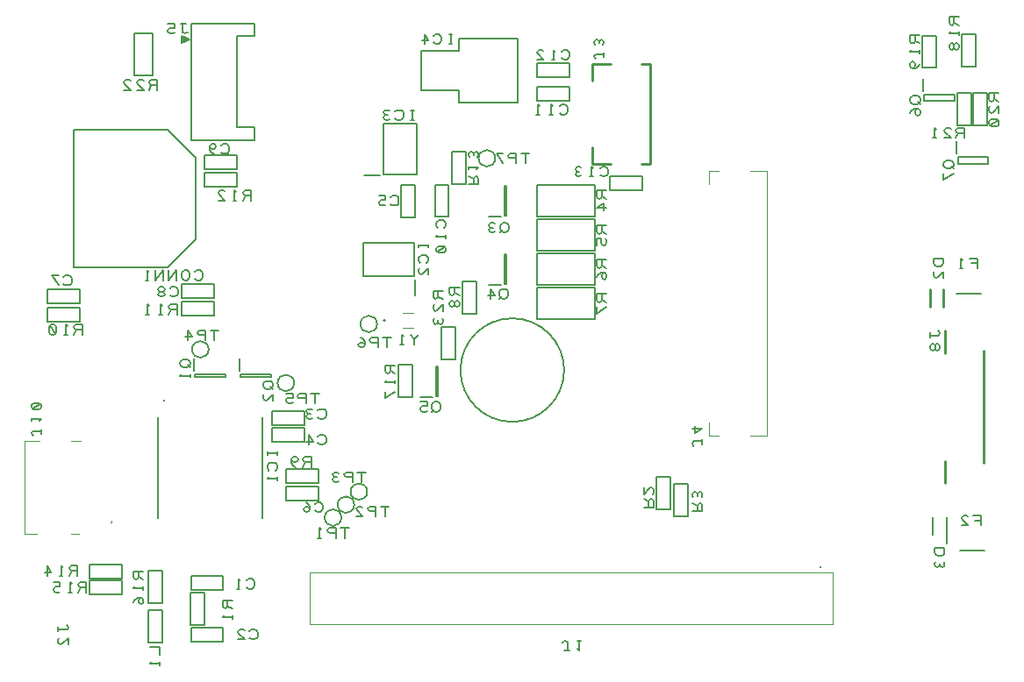
<source format=gbr>
G04 DesignSpark PCB PRO Gerber Version 10.0 Build 5299*
G04 #@! TF.Part,Single*
G04 #@! TF.FileFunction,Legend,Bot*
G04 #@! TF.FilePolarity,Positive*
%FSLAX35Y35*%
%MOIN*%
%ADD105C,0.00394*%
%ADD10C,0.00500*%
%ADD80C,0.00787*%
%ADD11C,0.01000*%
G04 #@! TD.AperFunction*
X0Y0D02*
D02*
D10*
X7181Y95669D02*
X6868Y95982D01*
X6556Y96607D01*
X6868Y97232D01*
X7181Y97544D01*
X10306D01*
Y98169D01*
Y97544D02*
Y96294D01*
X6556Y101294D02*
Y102544D01*
Y101919D02*
X10306D01*
X9681Y101294D01*
X6868Y105982D02*
X6556Y106607D01*
Y107232D01*
X6868Y107857D01*
X7493Y108169D01*
X9368D01*
X9993Y107857D01*
X10306Y107232D01*
Y106607D01*
X9993Y105982D01*
X9368Y105669D01*
X7493D01*
X6868Y105982D01*
X9993Y107857D01*
X12617Y151469D02*
Y146169D01*
X24917D01*
Y151469D01*
X12617D01*
X19921Y23780D02*
X20234Y23467D01*
X20546Y22843D01*
X20234Y22217D01*
X19921Y21905D01*
X16796D01*
Y21280D01*
Y21905D02*
Y23155D01*
X20546Y16280D02*
Y18780D01*
X18359Y16593D01*
X17734Y16280D01*
X17109Y16593D01*
X16796Y17217D01*
Y18155D01*
X17109Y18780D01*
X18792Y153531D02*
X19104Y153219D01*
X19730Y152906D01*
X20667D01*
X21292Y153219D01*
X21604Y153531D01*
X21917Y154156D01*
Y155406D01*
X21604Y156031D01*
X21292Y156344D01*
X20667Y156656D01*
X19730D01*
X19104Y156344D01*
X18792Y156031D01*
X16917Y152906D02*
X14417Y156656D01*
X16917D01*
X24122Y42473D02*
Y46223D01*
X21934D01*
X21309Y45911D01*
X20996Y45286D01*
X21309Y44661D01*
X21934Y44348D01*
X24122D01*
X21934D02*
X20996Y42473D01*
X18496D02*
X17246D01*
X17872D02*
Y46223D01*
X18496Y45598D01*
X12559Y42473D02*
Y46223D01*
X14122Y43723D01*
X11622D01*
X24917Y139083D02*
Y144383D01*
X12617D01*
Y139083D01*
X24917D01*
X25854Y134206D02*
Y137956D01*
X23666D01*
X23041Y137643D01*
X22728Y137018D01*
X23041Y136393D01*
X23666Y136081D01*
X25854D01*
X23666D02*
X22728Y134206D01*
X20228D02*
X18978D01*
X19604D02*
Y137956D01*
X20228Y137331D01*
X15541Y134518D02*
X14916Y134206D01*
X14291D01*
X13666Y134518D01*
X13354Y135143D01*
Y137018D01*
X13666Y137643D01*
X14291Y137956D01*
X14916D01*
X15541Y137643D01*
X15854Y137018D01*
Y135143D01*
X15541Y134518D01*
X13666Y137643D01*
X27468Y36174D02*
Y39924D01*
X25281D01*
X24656Y39612D01*
X24343Y38987D01*
X24656Y38362D01*
X25281Y38049D01*
X27468D01*
X25281D02*
X24343Y36174D01*
X21843D02*
X20593D01*
X21218D02*
Y39924D01*
X21843Y39299D01*
X17468Y36487D02*
X16843Y36174D01*
X15906D01*
X15281Y36487D01*
X14968Y37112D01*
Y37424D01*
X15281Y38049D01*
X15906Y38362D01*
X17468D01*
Y39924D01*
X14968D01*
X28798Y40839D02*
Y35539D01*
X41098D01*
Y40839D01*
X28798D01*
X41098Y41445D02*
Y46745D01*
X28798D01*
Y41445D01*
X41098D01*
X41838Y212048D02*
X22547D01*
Y159685D01*
X58374D01*
X69004Y170315D01*
Y201418D01*
X58374Y212048D01*
X41838D01*
X49169Y44095D02*
X45419D01*
Y41907D01*
X45731Y41282D01*
X46356Y40970D01*
X46981Y41282D01*
X47293Y41907D01*
Y44095D01*
Y41907D02*
X49169Y40970D01*
Y38470D02*
Y37220D01*
Y37845D02*
X45419D01*
X46043Y38470D01*
X48231Y34095D02*
X47606Y33782D01*
X47293Y33157D01*
Y32532D01*
X47606Y31907D01*
X48231Y31595D01*
X48856Y31907D01*
X49169Y32532D01*
Y33157D01*
X48856Y33782D01*
X48231Y34095D01*
X47293D01*
X46356Y33782D01*
X45731Y33157D01*
X45419Y32532D01*
X50999Y17079D02*
X56299D01*
Y29379D01*
X50999D01*
Y17079D01*
Y32039D02*
X56299D01*
Y44339D01*
X50999D01*
Y32039D01*
X52819Y248748D02*
Y232748D01*
X45819D01*
Y248748D01*
X52819D01*
X54319Y227186D02*
Y230936D01*
X52131D01*
X51506Y230624D01*
X51193Y229998D01*
X51506Y229374D01*
X52131Y229061D01*
X54319D01*
X52131D02*
X51193Y227186D01*
X46819D02*
X49319D01*
X47131Y229374D01*
X46819Y229998D01*
X47131Y230624D01*
X47756Y230936D01*
X48693D01*
X49319Y230624D01*
X41819Y227186D02*
X44319D01*
X42131Y229374D01*
X41819Y229998D01*
X42131Y230624D01*
X42756Y230936D01*
X43693D01*
X44319Y230624D01*
X51718Y15355D02*
X55468D01*
Y12230D01*
Y9730D02*
Y8480D01*
Y9105D02*
X51718D01*
X52343Y9730D01*
X61917Y141883D02*
Y145633D01*
X59730D01*
X59104Y145320D01*
X58792Y144695D01*
X59104Y144070D01*
X59730Y143758D01*
X61917D01*
X59730D02*
X58792Y141883D01*
X56292D02*
X55042D01*
X55667D02*
Y145633D01*
X56292Y145008D01*
X51292Y141883D02*
X50042D01*
X50667D02*
Y145633D01*
X51292Y145008D01*
X59185Y149201D02*
X59498Y148888D01*
X60123Y148576D01*
X61061D01*
X61685Y148888D01*
X61998Y149201D01*
X62311Y149826D01*
Y151076D01*
X61998Y151701D01*
X61685Y152013D01*
X61061Y152326D01*
X60123D01*
X59498Y152013D01*
X59185Y151701D01*
X56373Y150451D02*
X55748D01*
X55123Y150763D01*
X54811Y151388D01*
X55123Y152013D01*
X55748Y152326D01*
X56373D01*
X56998Y152013D01*
X57311Y151388D01*
X56998Y150763D01*
X56373Y150451D01*
X56998Y150138D01*
X57311Y149513D01*
X56998Y148888D01*
X56373Y148576D01*
X55748D01*
X55123Y148888D01*
X54811Y149513D01*
X55123Y150138D01*
X55748Y150451D01*
X63641Y146744D02*
Y141444D01*
X75941D01*
Y146744D01*
X63641D01*
X65854Y249201D02*
X65541Y248888D01*
X64917Y248576D01*
X64291Y248888D01*
X63979Y249201D01*
Y252326D01*
X63354D01*
X63979D02*
X65229D01*
X60854Y248888D02*
X60229Y248576D01*
X59291D01*
X58667Y248888D01*
X58354Y249513D01*
Y249826D01*
X58667Y250451D01*
X59291Y250763D01*
X60854D01*
Y252326D01*
X58354D01*
X66641Y246260D02*
X63689Y247589D01*
Y244931D01*
X66641Y246260D01*
G36*
X66641Y246260D02*
X63689Y247589D01*
Y244931D01*
X66641Y246260D01*
G37*
X67141Y23771D02*
X72441D01*
Y36071D01*
X67141D01*
Y23771D01*
X67184Y22729D02*
Y17429D01*
X79484D01*
Y22729D01*
X67184D01*
Y42414D02*
Y37114D01*
X79484D01*
Y42414D01*
X67184D01*
X67232Y252461D02*
X91297D01*
Y247737D01*
X84801D01*
Y212894D01*
X91297D01*
Y208170D01*
X67232D01*
Y252461D01*
X65635Y124803D02*
X64385D01*
X63760Y124491D01*
X63448Y124178D01*
X63135Y123553D01*
Y122928D01*
X63448Y122303D01*
X63760Y121991D01*
X64385Y121678D01*
X65635D01*
X66260Y121991D01*
X66573Y122303D01*
X66885Y122928D01*
Y123553D01*
X66573Y124178D01*
X66260Y124491D01*
X65635Y124803D01*
X65948Y122616D02*
X66885Y121678D01*
Y119178D02*
Y117928D01*
Y118553D02*
X63135D01*
X63760Y119178D01*
X68634Y155500D02*
X68947Y155187D01*
X69572Y154875D01*
X70509D01*
X71134Y155187D01*
X71447Y155500D01*
X71759Y156125D01*
Y157375D01*
X71447Y158000D01*
X71134Y158313D01*
X70509Y158625D01*
X69572D01*
X68947Y158313D01*
X68634Y158000D01*
X66759Y156125D02*
Y157375D01*
X66447Y158000D01*
X66134Y158313D01*
X65509Y158625D01*
X64884D01*
X64259Y158313D01*
X63947Y158000D01*
X63634Y157375D01*
Y156125D01*
X63947Y155500D01*
X64259Y155187D01*
X64884Y154875D01*
X65509D01*
X66134Y155187D01*
X66447Y155500D01*
X66759Y156125D01*
X61759Y154875D02*
Y158625D01*
X58634Y154875D01*
Y158625D01*
X56759Y154875D02*
Y158625D01*
X53634Y154875D01*
Y158625D01*
X51134Y154875D02*
X49884D01*
X50509D02*
Y158625D01*
X51134Y158000D01*
X72302Y202257D02*
Y196957D01*
X84602D01*
Y202257D01*
X72302D01*
X73925Y128544D02*
G75*
G02*
X67626I-3150J0D01*
G01*
G75*
G02*
X73925I3150J0D01*
G01*
X75941Y148137D02*
Y153437D01*
X63641D01*
Y148137D01*
X75941D01*
X76102Y132040D02*
Y135790D01*
X77665D02*
X74540D01*
X72665Y132040D02*
Y135790D01*
X70478D01*
X69852Y135478D01*
X69540Y134853D01*
X69852Y134228D01*
X70478Y133915D01*
X72665D01*
X66102Y132040D02*
Y135790D01*
X67665Y133290D01*
X65165D01*
X78674Y203531D02*
X78986Y203219D01*
X79611Y202906D01*
X80549D01*
X81174Y203219D01*
X81486Y203531D01*
X81799Y204156D01*
Y205406D01*
X81486Y206031D01*
X81174Y206344D01*
X80549Y206656D01*
X79611D01*
X78986Y206344D01*
X78674Y206031D01*
X75861Y202906D02*
X75236Y203219D01*
X74611Y203844D01*
X74299Y204781D01*
Y205719D01*
X74611Y206344D01*
X75236Y206656D01*
X75861D01*
X76486Y206344D01*
X76799Y205719D01*
X76486Y205094D01*
X75861Y204781D01*
X75236D01*
X74611Y205094D01*
X74299Y205719D01*
X83027Y33071D02*
X79277D01*
Y30884D01*
X79589Y30259D01*
X80214Y29946D01*
X80839Y30259D01*
X81152Y30884D01*
Y33071D01*
Y30884D02*
X83027Y29946D01*
Y27446D02*
Y26196D01*
Y26821D02*
X79277D01*
X79902Y27446D01*
X84602Y190264D02*
Y195564D01*
X72302D01*
Y190264D01*
X84602D01*
X90067Y185190D02*
Y188940D01*
X87879D01*
X87254Y188628D01*
X86941Y188002D01*
X87254Y187378D01*
X87879Y187065D01*
X90067D01*
X87879D02*
X86941Y185190D01*
X84441D02*
X83191D01*
X83817D02*
Y188940D01*
X84441Y188315D01*
X77567Y185190D02*
X80067D01*
X77879Y187378D01*
X77567Y188002D01*
X77879Y188628D01*
X78504Y188940D01*
X79441D01*
X80067Y188628D01*
X88319Y38177D02*
X88632Y37864D01*
X89257Y37552D01*
X90194D01*
X90819Y37864D01*
X91132Y38177D01*
X91444Y38802D01*
Y40052D01*
X91132Y40677D01*
X90819Y40989D01*
X90194Y41302D01*
X89257D01*
X88632Y40989D01*
X88319Y40677D01*
X85819Y37552D02*
X84569D01*
X85194D02*
Y41302D01*
X85819Y40677D01*
X89500Y18885D02*
X89813Y18573D01*
X90438Y18260D01*
X91376D01*
X92000Y18573D01*
X92313Y18885D01*
X92626Y19510D01*
Y20760D01*
X92313Y21385D01*
X92000Y21698D01*
X91376Y22010D01*
X90438D01*
X89813Y21698D01*
X89500Y21385D01*
X85126Y18260D02*
X87626D01*
X85438Y20448D01*
X85126Y21073D01*
X85438Y21698D01*
X86063Y22010D01*
X87000D01*
X87626Y21698D01*
X97893Y98713D02*
Y93413D01*
X110193D01*
Y98713D01*
X97893D01*
Y105013D02*
Y99713D01*
X110193D01*
Y105013D01*
X97893D01*
X97131Y116536D02*
X95881D01*
X95256Y116223D01*
X94943Y115911D01*
X94631Y115286D01*
Y114661D01*
X94943Y114036D01*
X95256Y113723D01*
X95881Y113411D01*
X97131D01*
X97756Y113723D01*
X98069Y114036D01*
X98381Y114661D01*
Y115286D01*
X98069Y115911D01*
X97756Y116223D01*
X97131Y116536D01*
X97443Y114348D02*
X98381Y113411D01*
Y109036D02*
Y111536D01*
X96193Y109348D01*
X95569Y109036D01*
X94943Y109348D01*
X94631Y109973D01*
Y110911D01*
X94943Y111536D01*
X99956Y89614D02*
Y88364D01*
Y88989D02*
X96206D01*
Y89614D02*
Y88364D01*
X99331Y82426D02*
X99643Y82739D01*
X99956Y83364D01*
Y84302D01*
X99643Y84926D01*
X99331Y85239D01*
X98706Y85552D01*
X97456D01*
X96831Y85239D01*
X96518Y84926D01*
X96206Y84302D01*
Y83364D01*
X96518Y82739D01*
X96831Y82426D01*
X99956Y79926D02*
Y78676D01*
Y79302D02*
X96206D01*
X96831Y79926D01*
X103405Y76469D02*
Y71169D01*
X115705D01*
Y76469D01*
X103405D01*
X106405Y115748D02*
G75*
G02*
X100106I-3150J0D01*
G01*
G75*
G02*
X106405I3150J0D01*
G01*
X112901Y83812D02*
Y87562D01*
X110714D01*
X110089Y87250D01*
X109776Y86624D01*
X110089Y86000D01*
X110714Y85687D01*
X112901D01*
X110714D02*
X109776Y83812D01*
X106964D02*
X106339Y84124D01*
X105714Y84750D01*
X105401Y85687D01*
Y86624D01*
X105714Y87250D01*
X106339Y87562D01*
X106964D01*
X107589Y87250D01*
X107901Y86624D01*
X107589Y86000D01*
X106964Y85687D01*
X106339D01*
X105714Y86000D01*
X105401Y86624D01*
X115705Y77862D02*
Y83162D01*
X103405D01*
Y77862D01*
X115705D01*
X114291Y108024D02*
Y111774D01*
X115854D02*
X112729D01*
X110854Y108024D02*
Y111774D01*
X108667D01*
X108041Y111462D01*
X107729Y110837D01*
X108041Y110212D01*
X108667Y109900D01*
X110854D01*
X105854Y108337D02*
X105229Y108024D01*
X104291D01*
X103667Y108337D01*
X103354Y108962D01*
Y109274D01*
X103667Y109900D01*
X104291Y110212D01*
X105854D01*
Y111774D01*
X103354D01*
X114304Y67311D02*
X114616Y66998D01*
X115241Y66686D01*
X116179D01*
X116804Y66998D01*
X117116Y67311D01*
X117429Y67936D01*
Y69186D01*
X117116Y69811D01*
X116804Y70124D01*
X116179Y70436D01*
X115241D01*
X114616Y70124D01*
X114304Y69811D01*
X112429Y67624D02*
X112116Y68248D01*
X111491Y68561D01*
X110866D01*
X110241Y68248D01*
X109929Y67624D01*
X110241Y66998D01*
X110866Y66686D01*
X111491D01*
X112116Y66998D01*
X112429Y67624D01*
Y68561D01*
X112116Y69498D01*
X111491Y70124D01*
X110866Y70436D01*
X115484Y92902D02*
X115797Y92589D01*
X116422Y92276D01*
X117359D01*
X117984Y92589D01*
X118297Y92902D01*
X118609Y93526D01*
Y94776D01*
X118297Y95402D01*
X117984Y95714D01*
X117359Y96026D01*
X116422D01*
X115797Y95714D01*
X115484Y95402D01*
X112047Y92276D02*
Y96026D01*
X113609Y93526D01*
X111109D01*
X115485Y102744D02*
X115797Y102431D01*
X116422Y102119D01*
X117360D01*
X117985Y102431D01*
X118297Y102744D01*
X118610Y103369D01*
Y104619D01*
X118297Y105244D01*
X117985Y105557D01*
X117360Y105869D01*
X116422D01*
X115797Y105557D01*
X115485Y105244D01*
X113297Y102431D02*
X112672Y102119D01*
X112047D01*
X111422Y102431D01*
X111110Y103057D01*
X111422Y103681D01*
X112047Y103994D01*
X112672D01*
X112047D02*
X111422Y104307D01*
X111110Y104931D01*
X111422Y105557D01*
X112047Y105869D01*
X112672D01*
X113297Y105557D01*
X124319Y64567D02*
G75*
G02*
X118019I-3150J0D01*
G01*
G75*
G02*
X124319I3150J0D01*
G01*
X125709Y56843D02*
Y60593D01*
X127271D02*
X124146D01*
X122271Y56843D02*
Y60593D01*
X120084D01*
X119459Y60281D01*
X119146Y59656D01*
X119459Y59031D01*
X120084Y58719D01*
X122271D01*
X116646Y56843D02*
X115396D01*
X116021D02*
Y60593D01*
X116646Y59969D01*
X129240Y69489D02*
G75*
G02*
X122941I-3150J0D01*
G01*
G75*
G02*
X129240I3150J0D01*
G01*
X132008Y78103D02*
Y81853D01*
X133570D02*
X130445D01*
X128570Y78103D02*
Y81853D01*
X126383D01*
X125758Y81541D01*
X125445Y80916D01*
X125758Y80291D01*
X126383Y79978D01*
X128570D01*
X123258Y78416D02*
X122633Y78103D01*
X122008D01*
X121383Y78416D01*
X121070Y79041D01*
X121383Y79666D01*
X122008Y79978D01*
X122633D01*
X122008D02*
X121383Y80291D01*
X121070Y80916D01*
X121383Y81541D01*
X122008Y81853D01*
X122633D01*
X123258Y81541D01*
X134161Y74410D02*
G75*
G02*
X127862I-3150J0D01*
G01*
G75*
G02*
X134161I3150J0D01*
G01*
X137901Y138189D02*
G75*
G02*
X131602I-3150J0D01*
G01*
G75*
G02*
X137901I3150J0D01*
G01*
X140866Y65111D02*
Y68861D01*
X142429D02*
X139304D01*
X137429Y65111D02*
Y68861D01*
X135241D01*
X134616Y68549D01*
X134304Y67924D01*
X134616Y67299D01*
X135241Y66986D01*
X137429D01*
X129929Y65111D02*
X132429D01*
X130241Y67299D01*
X129929Y67924D01*
X130241Y68549D01*
X130866Y68861D01*
X131804D01*
X132429Y68549D01*
X141654Y129284D02*
Y133034D01*
X143216D02*
X140091D01*
X138216Y129284D02*
Y133034D01*
X136029D01*
X135404Y132722D01*
X135091Y132097D01*
X135404Y131472D01*
X136029Y131159D01*
X138216D01*
X133216Y130222D02*
X132904Y130847D01*
X132279Y131159D01*
X131654D01*
X131029Y130847D01*
X130716Y130222D01*
X131029Y129597D01*
X131654Y129284D01*
X132279D01*
X132904Y129597D01*
X133216Y130222D01*
Y131159D01*
X132904Y132097D01*
X132279Y132722D01*
X131654Y133034D01*
X144838Y122441D02*
X141088D01*
Y120254D01*
X141400Y119629D01*
X142025Y119316D01*
X142650Y119629D01*
X142963Y120254D01*
Y122441D01*
Y120254D02*
X144838Y119316D01*
Y116816D02*
Y115566D01*
Y116191D02*
X141088D01*
X141713Y116816D01*
X144838Y112441D02*
X141088Y109941D01*
Y112441D01*
X145881Y110386D02*
X151181D01*
Y122686D01*
X145881D01*
Y110386D01*
X143044Y183846D02*
X143356Y183534D01*
X143981Y183221D01*
X144919D01*
X145544Y183534D01*
X145856Y183846D01*
X146169Y184471D01*
Y185721D01*
X145856Y186346D01*
X145544Y186659D01*
X144919Y186971D01*
X143981D01*
X143356Y186659D01*
X143044Y186346D01*
X141169Y183534D02*
X140544Y183221D01*
X139606D01*
X138981Y183534D01*
X138669Y184159D01*
Y184471D01*
X138981Y185096D01*
X139606Y185409D01*
X141169D01*
Y186971D01*
X138669D01*
X147062Y178693D02*
X152362D01*
Y190993D01*
X147062D01*
Y178693D01*
X151924Y219535D02*
X150674D01*
X151299D02*
Y215785D01*
X151924D02*
X150674D01*
X144737Y218910D02*
X145049Y219223D01*
X145674Y219535D01*
X146612D01*
X147237Y219223D01*
X147549Y218910D01*
X147862Y218285D01*
Y217035D01*
X147549Y216410D01*
X147237Y216098D01*
X146612Y215785D01*
X145674D01*
X145049Y216098D01*
X144737Y216410D01*
X142549Y219223D02*
X141924Y219535D01*
X141299D01*
X140674Y219223D01*
X140362Y218598D01*
X140674Y217973D01*
X141299Y217660D01*
X141924D01*
X141299D02*
X140674Y217348D01*
X140362Y216723D01*
X140674Y216098D01*
X141299Y215785D01*
X141924D01*
X142549Y216098D01*
X152087Y130465D02*
Y132341D01*
X153649Y134215D01*
X152087Y132341D02*
X150524Y134215D01*
X148024Y130465D02*
X146774D01*
X147399D02*
Y134215D01*
X148024Y133591D01*
X154830Y227166D02*
Y242126D01*
X157436Y168551D02*
Y167301D01*
Y167926D02*
X153686D01*
Y168551D02*
Y167301D01*
X156811Y161363D02*
X157124Y161676D01*
X157436Y162301D01*
Y163239D01*
X157124Y163863D01*
X156811Y164176D01*
X156186Y164489D01*
X154936D01*
X154311Y164176D01*
X153998Y163863D01*
X153686Y163239D01*
Y162301D01*
X153998Y161676D01*
X154311Y161363D01*
X157436Y156989D02*
Y159489D01*
X155248Y157301D01*
X154624Y156989D01*
X153998Y157301D01*
X153686Y157926D01*
Y158863D01*
X153998Y159489D01*
X161917Y106125D02*
Y107375D01*
X161604Y108000D01*
X161292Y108313D01*
X160667Y108625D01*
X160042D01*
X159417Y108313D01*
X159104Y108000D01*
X158792Y107375D01*
Y106125D01*
X159104Y105500D01*
X159417Y105187D01*
X160042Y104875D01*
X160667D01*
X161292Y105187D01*
X161604Y105500D01*
X161917Y106125D01*
X159730Y105813D02*
X158792Y104875D01*
X156917Y105187D02*
X156292Y104875D01*
X155354D01*
X154730Y105187D01*
X154417Y105813D01*
Y106125D01*
X154730Y106750D01*
X155354Y107063D01*
X156917D01*
Y108625D01*
X154417D01*
X162220Y124677D02*
X167520D01*
Y136977D01*
X162220D01*
Y124677D01*
X162948Y150709D02*
X159198D01*
Y148522D01*
X159510Y147896D01*
X160135Y147584D01*
X160760Y147896D01*
X161073Y148522D01*
Y150709D01*
Y148522D02*
X162948Y147584D01*
Y143209D02*
Y145709D01*
X160760Y143522D01*
X160135Y143209D01*
X159510Y143522D01*
X159198Y144146D01*
Y145084D01*
X159510Y145709D01*
X162635Y140396D02*
X162948Y139772D01*
Y139146D01*
X162635Y138522D01*
X162010Y138209D01*
X161385Y138522D01*
X161073Y139146D01*
Y139772D01*
Y139146D02*
X160760Y138522D01*
X160135Y138209D01*
X159510Y138522D01*
X159198Y139146D01*
Y139772D01*
X159510Y140396D01*
X163504Y174631D02*
X163817Y174944D01*
X164129Y175569D01*
Y176506D01*
X163817Y177131D01*
X163504Y177444D01*
X162879Y177756D01*
X161629D01*
X161004Y177444D01*
X160691Y177131D01*
X160379Y176506D01*
Y175569D01*
X160691Y174944D01*
X161004Y174631D01*
X164129Y172131D02*
Y170881D01*
Y171506D02*
X160379D01*
X161004Y172131D01*
X163817Y167444D02*
X164129Y166819D01*
Y166194D01*
X163817Y165569D01*
X163191Y165256D01*
X161317D01*
X160691Y165569D01*
X160379Y166194D01*
Y166819D01*
X160691Y167444D01*
X161317Y167756D01*
X163191D01*
X163817Y167444D01*
X160691Y165569D01*
X165157Y191190D02*
X159857D01*
Y178890D01*
X165157D01*
Y191190D01*
X166354Y191488D02*
X171654D01*
Y203788D01*
X166354D01*
Y191488D01*
X166491Y244639D02*
X165241D01*
X165866D02*
Y248389D01*
X166491D02*
X165241D01*
X159304Y245264D02*
X159616Y244951D01*
X160241Y244639D01*
X161179D01*
X161804Y244951D01*
X162116Y245264D01*
X162429Y245889D01*
Y247139D01*
X162116Y247764D01*
X161804Y248076D01*
X161179Y248389D01*
X160241D01*
X159616Y248076D01*
X159304Y247764D01*
X155866Y244639D02*
Y248389D01*
X157429Y245889D01*
X154929D01*
X169004Y222441D02*
Y227166D01*
X154830D01*
X169004Y246851D02*
X191444D01*
Y222441D01*
X169004Y246851D02*
Y242126D01*
X154830D01*
X169248Y152126D02*
X165498D01*
Y149939D01*
X165810Y149314D01*
X166435Y149001D01*
X167060Y149314D01*
X167372Y149939D01*
Y152126D01*
Y149939D02*
X169248Y149001D01*
X167372Y146189D02*
Y145564D01*
X167060Y144939D01*
X166435Y144626D01*
X165810Y144939D01*
X165498Y145564D01*
Y146189D01*
X165810Y146814D01*
X166435Y147126D01*
X167060Y146814D01*
X167372Y146189D01*
X167685Y146814D01*
X168310Y147126D01*
X168935Y146814D01*
X169248Y146189D01*
Y145564D01*
X168935Y144939D01*
X168310Y144626D01*
X167685Y144939D01*
X167372Y145564D01*
X172697Y191339D02*
X176447D01*
Y193526D01*
X176135Y194152D01*
X175509Y194464D01*
X174885Y194152D01*
X174572Y193526D01*
Y191339D01*
Y193526D02*
X172697Y194464D01*
Y196964D02*
Y198214D01*
Y197589D02*
X176447D01*
X175822Y196964D01*
X173009Y201652D02*
X172697Y202276D01*
Y202902D01*
X173009Y203526D01*
X173635Y203839D01*
X174259Y203526D01*
X174572Y202902D01*
Y202276D01*
Y202902D02*
X174885Y203526D01*
X175509Y203839D01*
X176135Y203526D01*
X176447Y202902D01*
Y202276D01*
X176135Y201652D01*
X175591Y154339D02*
X170291D01*
Y142039D01*
X175591D01*
Y154339D01*
X182783Y201181D02*
G75*
G02*
X176484I-3150J0D01*
G01*
G75*
G02*
X182783I3150J0D01*
G01*
X187508Y149038D02*
Y150288D01*
X187195Y150913D01*
X186883Y151226D01*
X186258Y151538D01*
X185633D01*
X185008Y151226D01*
X184695Y150913D01*
X184383Y150288D01*
Y149038D01*
X184695Y148413D01*
X185008Y148100D01*
X185633Y147788D01*
X186258D01*
X186883Y148100D01*
X187195Y148413D01*
X187508Y149038D01*
X185320Y148726D02*
X184383Y147788D01*
X180945D02*
Y151538D01*
X182508Y149038D01*
X180008D01*
X187902Y174235D02*
Y175485D01*
X187589Y176110D01*
X187276Y176422D01*
X186652Y176735D01*
X186026D01*
X185402Y176422D01*
X185089Y176110D01*
X184776Y175485D01*
Y174235D01*
X185089Y173610D01*
X185402Y173297D01*
X186026Y172985D01*
X186652D01*
X187276Y173297D01*
X187589Y173610D01*
X187902Y174235D01*
X185714Y173922D02*
X184776Y172985D01*
X182589Y173297D02*
X181964Y172985D01*
X181339D01*
X180714Y173297D01*
X180402Y173922D01*
X180714Y174547D01*
X181339Y174860D01*
X181964D01*
X181339D02*
X180714Y175172D01*
X180402Y175797D01*
X180714Y176422D01*
X181339Y176735D01*
X181964D01*
X182589Y176422D01*
X189279Y100985D02*
G75*
G02*
Y140355I0J19685D01*
G01*
G75*
G02*
Y100985I0J-19685D01*
G01*
X191444Y222441D02*
X169004D01*
X194212Y199363D02*
Y203113D01*
X195775D02*
X192650D01*
X190775Y199363D02*
Y203113D01*
X188587D01*
X187962Y202801D01*
X187650Y202176D01*
X187962Y201551D01*
X188587Y201238D01*
X190775D01*
X185775Y199363D02*
X183275Y203113D01*
X185775D01*
X198555Y152063D02*
X220555D01*
Y140063D01*
X198555D01*
Y152063D01*
Y165055D02*
X220555D01*
Y153055D01*
X198555D01*
Y165055D01*
Y178047D02*
X220555D01*
Y166047D01*
X198555D01*
Y178047D01*
Y191039D02*
X220555D01*
Y179039D01*
X198555D01*
Y191039D01*
X198680Y228241D02*
Y222941D01*
X210980D01*
Y228241D01*
X198680D01*
Y237296D02*
Y231996D01*
X210980D01*
Y237296D01*
X198680D01*
X208444Y17060D02*
X208757Y17372D01*
X209382Y17685D01*
X210007Y17372D01*
X210320Y17060D01*
Y13935D01*
X210944D01*
X210320D02*
X209070D01*
X214070Y17685D02*
X215320D01*
X214694D02*
Y13935D01*
X214070Y14560D01*
X207217Y218492D02*
X207530Y218180D01*
X208155Y217867D01*
X209092D01*
X209717Y218180D01*
X210030Y218492D01*
X210342Y219117D01*
Y220367D01*
X210030Y220992D01*
X209717Y221305D01*
X209092Y221617D01*
X208155D01*
X207530Y221305D01*
X207217Y220992D01*
X204717Y217867D02*
X203467D01*
X204092D02*
Y221617D01*
X204717Y220992D01*
X199717Y217867D02*
X198467D01*
X199092D02*
Y221617D01*
X199717Y220992D01*
X208004Y239358D02*
X208317Y239046D01*
X208942Y238733D01*
X209880D01*
X210504Y239046D01*
X210817Y239358D01*
X211130Y239983D01*
Y241233D01*
X210817Y241858D01*
X210504Y242171D01*
X209880Y242483D01*
X208942D01*
X208317Y242171D01*
X208004Y241858D01*
X205504Y238733D02*
X204254D01*
X204880D02*
Y242483D01*
X205504Y241858D01*
X198630Y238733D02*
X201130D01*
X198942Y240921D01*
X198630Y241546D01*
X198942Y242171D01*
X199567Y242483D01*
X200504D01*
X201130Y242171D01*
X220960Y238977D02*
X220647Y239289D01*
X220335Y239914D01*
X220647Y240539D01*
X220960Y240852D01*
X224085D01*
Y241477D01*
Y240852D02*
Y239602D01*
X220647Y244289D02*
X220335Y244914D01*
Y245539D01*
X220647Y246164D01*
X221272Y246477D01*
X221897Y246164D01*
X222210Y245539D01*
Y244914D01*
Y245539D02*
X222522Y246164D01*
X223147Y246477D01*
X223772Y246164D01*
X224085Y245539D01*
Y244914D01*
X223772Y244289D01*
X222571Y194870D02*
X222884Y194557D01*
X223509Y194245D01*
X224446D01*
X225071Y194557D01*
X225384Y194870D01*
X225696Y195495D01*
Y196745D01*
X225384Y197370D01*
X225071Y197683D01*
X224446Y197995D01*
X223509D01*
X222884Y197683D01*
X222571Y197370D01*
X220071Y194245D02*
X218821D01*
X219446D02*
Y197995D01*
X220071Y197370D01*
X215384Y194557D02*
X214759Y194245D01*
X214134D01*
X213509Y194557D01*
X213196Y195183D01*
X213509Y195807D01*
X214134Y196120D01*
X214759D01*
X214134D02*
X213509Y196433D01*
X213196Y197057D01*
X213509Y197683D01*
X214134Y197995D01*
X214759D01*
X215384Y197683D01*
X225118Y149606D02*
X221368D01*
Y147419D01*
X221680Y146794D01*
X222305Y146481D01*
X222930Y146794D01*
X223243Y147419D01*
Y149606D01*
Y147419D02*
X225118Y146481D01*
Y144606D02*
X221368Y142106D01*
Y144606D01*
X225118Y162598D02*
X221368D01*
Y160411D01*
X221680Y159786D01*
X222305Y159473D01*
X222930Y159786D01*
X223243Y160411D01*
Y162598D01*
Y160411D02*
X225118Y159473D01*
X224180Y157598D02*
X223555Y157286D01*
X223243Y156661D01*
Y156036D01*
X223555Y155411D01*
X224180Y155098D01*
X224805Y155411D01*
X225118Y156036D01*
Y156661D01*
X224805Y157286D01*
X224180Y157598D01*
X223243D01*
X222305Y157286D01*
X221680Y156661D01*
X221368Y156036D01*
X225118Y175591D02*
X221368D01*
Y173403D01*
X221680Y172778D01*
X222305Y172465D01*
X222930Y172778D01*
X223243Y173403D01*
Y175591D01*
Y173403D02*
X225118Y172465D01*
X224805Y170591D02*
X225118Y169965D01*
Y169028D01*
X224805Y168403D01*
X224180Y168091D01*
X223868D01*
X223243Y168403D01*
X222930Y169028D01*
Y170591D01*
X221368D01*
Y168091D01*
X225118Y188977D02*
X221368D01*
Y186789D01*
X221680Y186164D01*
X222305Y185852D01*
X222930Y186164D01*
X223243Y186789D01*
Y188977D01*
Y186789D02*
X225118Y185852D01*
Y182414D02*
X221368D01*
X223868Y183977D01*
Y181477D01*
X239232Y68504D02*
X242982D01*
Y70692D01*
X242670Y71317D01*
X242045Y71630D01*
X241420Y71317D01*
X241107Y70692D01*
Y68504D01*
Y70692D02*
X239232Y71630D01*
Y76004D02*
Y73504D01*
X241420Y75692D01*
X242045Y76004D01*
X242670Y75692D01*
X242982Y75067D01*
Y74130D01*
X242670Y73504D01*
X238736Y189083D02*
Y194383D01*
X226436D01*
Y189083D01*
X238736D01*
X249213Y80166D02*
X243913D01*
Y67866D01*
X249213D01*
Y80166D01*
X250606Y65067D02*
X255906D01*
Y77367D01*
X250606D01*
Y65067D01*
X258165Y91733D02*
X257852Y92045D01*
X257539Y92670D01*
X257852Y93295D01*
X258165Y93608D01*
X261289D01*
Y94233D01*
Y93608D02*
Y92358D01*
X257539Y98295D02*
X261289D01*
X258789Y96733D01*
Y99233D01*
X257737Y66929D02*
X261487D01*
Y69117D01*
X261174Y69742D01*
X260549Y70054D01*
X259924Y69742D01*
X259612Y69117D01*
Y66929D01*
Y69117D02*
X257737Y70054D01*
X258049Y72242D02*
X257737Y72867D01*
Y73492D01*
X258049Y74117D01*
X258674Y74429D01*
X259299Y74117D01*
X259612Y73492D01*
Y72867D01*
Y73492D02*
X259924Y74117D01*
X260549Y74429D01*
X261174Y74117D01*
X261487Y73492D01*
Y72867D01*
X261174Y72242D01*
X344050Y248032D02*
X340300D01*
Y245844D01*
X340613Y245219D01*
X341238Y244907D01*
X341863Y245219D01*
X342175Y245844D01*
Y248032D01*
Y245844D02*
X344050Y244907D01*
Y242407D02*
Y241157D01*
Y241782D02*
X340300D01*
X340925Y242407D01*
X344050Y237094D02*
X343738Y236469D01*
X343113Y235844D01*
X342175Y235532D01*
X341238D01*
X340613Y235844D01*
X340300Y236469D01*
Y237094D01*
X340613Y237719D01*
X341238Y238032D01*
X341863Y237719D01*
X342175Y237094D01*
Y236469D01*
X341863Y235844D01*
X341238Y235532D01*
X342997Y225000D02*
X341747D01*
X341122Y224688D01*
X340809Y224375D01*
X340497Y223750D01*
Y223125D01*
X340809Y222500D01*
X341122Y222188D01*
X341747Y221875D01*
X342997D01*
X343622Y222188D01*
X343935Y222500D01*
X344247Y223125D01*
Y223750D01*
X343935Y224375D01*
X343622Y224688D01*
X342997Y225000D01*
X343309Y222813D02*
X344247Y221875D01*
X343309Y220000D02*
X342685Y219688D01*
X342372Y219063D01*
Y218438D01*
X342685Y217813D01*
X343309Y217500D01*
X343935Y217813D01*
X344247Y218438D01*
Y219063D01*
X343935Y219688D01*
X343309Y220000D01*
X342372D01*
X341435Y219688D01*
X340809Y219063D01*
X340497Y218438D01*
X350394Y247883D02*
X345094D01*
Y235583D01*
X350394D01*
Y247883D01*
X351102Y135630D02*
X351415Y135318D01*
X351728Y134693D01*
X351415Y134068D01*
X351102Y133755D01*
X347978D01*
Y133130D01*
Y133755D02*
Y135005D01*
X349852Y129693D02*
Y129068D01*
X349540Y128443D01*
X348915Y128130D01*
X348290Y128443D01*
X347978Y129068D01*
Y129693D01*
X348290Y130318D01*
X348915Y130630D01*
X349540Y130318D01*
X349852Y129693D01*
X350165Y130318D01*
X350790Y130630D01*
X351415Y130318D01*
X351728Y129693D01*
Y129068D01*
X351415Y128443D01*
X350790Y128130D01*
X350165Y128443D01*
X349852Y129068D01*
X353106Y163189D02*
X349356D01*
Y161314D01*
X349668Y160689D01*
X349980Y160377D01*
X350606Y160064D01*
X351856D01*
X352480Y160377D01*
X352793Y160689D01*
X353106Y161314D01*
Y163189D01*
Y155689D02*
Y158189D01*
X350918Y156002D01*
X350293Y155689D01*
X349668Y156002D01*
X349356Y156627D01*
Y157564D01*
X349668Y158189D01*
X353499Y53150D02*
X349749D01*
Y51275D01*
X350061Y50650D01*
X350374Y50337D01*
X350999Y50025D01*
X352249D01*
X352874Y50337D01*
X353187Y50650D01*
X353499Y51275D01*
Y53150D01*
X353187Y47837D02*
X353499Y47213D01*
Y46587D01*
X353187Y45963D01*
X352561Y45650D01*
X351937Y45963D01*
X351624Y46587D01*
Y47213D01*
Y46587D02*
X351311Y45963D01*
X350687Y45650D01*
X350061Y45963D01*
X349749Y46587D01*
Y47213D01*
X350061Y47837D01*
X355596Y200394D02*
X354346D01*
X353720Y200081D01*
X353408Y199769D01*
X353096Y199144D01*
Y198519D01*
X353408Y197894D01*
X353720Y197581D01*
X354346Y197269D01*
X355596D01*
X356220Y197581D01*
X356533Y197894D01*
X356846Y198519D01*
Y199144D01*
X356533Y199769D01*
X356220Y200081D01*
X355596Y200394D01*
X355908Y198207D02*
X356846Y197269D01*
Y195394D02*
X353096Y192894D01*
Y195394D01*
X359011Y254922D02*
X355261D01*
Y252734D01*
X355573Y252109D01*
X356198Y251796D01*
X356823Y252109D01*
X357136Y252734D01*
Y254922D01*
Y252734D02*
X359011Y251796D01*
Y249296D02*
Y248046D01*
Y248672D02*
X355261D01*
X355886Y249296D01*
X357136Y243984D02*
Y243359D01*
X356823Y242734D01*
X356198Y242422D01*
X355573Y242734D01*
X355261Y243359D01*
Y243984D01*
X355573Y244609D01*
X356198Y244922D01*
X356823Y244609D01*
X357136Y243984D01*
X357448Y244609D01*
X358073Y244922D01*
X358698Y244609D01*
X359011Y243984D01*
Y243359D01*
X358698Y242734D01*
X358073Y242422D01*
X357448Y242734D01*
X357136Y243359D01*
X360054Y235976D02*
X365354D01*
Y248276D01*
X360054D01*
Y235976D01*
X360933Y209009D02*
Y212759D01*
X358745D01*
X358120Y212446D01*
X357807Y211821D01*
X358120Y211196D01*
X358745Y210884D01*
X360933D01*
X358745D02*
X357807Y209009D01*
X353433D02*
X355933D01*
X353745Y211196D01*
X353433Y211821D01*
X353745Y212446D01*
X354370Y212759D01*
X355307D01*
X355933Y212446D01*
X350307Y209009D02*
X349057D01*
X349683D02*
Y212759D01*
X350307Y212134D01*
X363583Y226032D02*
X358283D01*
Y213732D01*
X363583D01*
Y226032D01*
X364385Y213732D02*
X369685D01*
Y226032D01*
X364385D01*
Y213732D01*
X366051Y159402D02*
Y163152D01*
X362926D01*
X363551Y161278D02*
X366051D01*
X360426Y159402D02*
X359176D01*
X359801D02*
Y163152D01*
X360426Y162528D01*
X367429Y61568D02*
Y65318D01*
X364304D01*
X364929Y63443D02*
X367429D01*
X359929Y61568D02*
X362429D01*
X360241Y63756D01*
X359929Y64380D01*
X360241Y65006D01*
X360866Y65318D01*
X361804D01*
X362429Y65006D01*
X374169Y225985D02*
X370419D01*
Y223797D01*
X370731Y223172D01*
X371356Y222859D01*
X371981Y223172D01*
X372293Y223797D01*
Y225985D01*
Y223797D02*
X374169Y222859D01*
Y218485D02*
Y220985D01*
X371981Y218797D01*
X371356Y218485D01*
X370731Y218797D01*
X370419Y219422D01*
Y220359D01*
X370731Y220985D01*
X373856Y215672D02*
X374169Y215047D01*
Y214422D01*
X373856Y213797D01*
X373231Y213485D01*
X371356D01*
X370731Y213797D01*
X370419Y214422D01*
Y215047D01*
X370731Y215672D01*
X371356Y215985D01*
X373231D01*
X373856Y215672D01*
X370731Y213797D01*
D02*
D11*
X226681Y199213D02*
X219791D01*
Y205551D01*
X226681Y237008D02*
X219791D01*
Y230669D01*
X238461Y199213D02*
X241839D01*
Y237008D01*
X238461D01*
X347941Y144587D02*
Y151477D01*
X353059D02*
Y144587D01*
X353650Y77657D02*
Y86220D01*
Y135728D02*
Y127165D01*
X368217Y127953D02*
Y85433D01*
D02*
D80*
X37114Y62598D02*
G75*
G02*
Y62992I0J197D01*
G01*
Y62598D02*
G75*
G03*
Y62992I0J197D01*
G01*
Y62598D02*
Y62992D02*
G75*
G03*
Y62598I0J-197D01*
G01*
X54634Y102559D02*
Y64370D01*
X56996Y108819D02*
G75*
G03*
Y109307I0J244D01*
G01*
Y108819D02*
G75*
G03*
Y109307I0J244D01*
G01*
G75*
G03*
Y108819I0J-244D01*
G01*
X68472Y125000D02*
Y120276D01*
X68807Y118898D02*
Y118110D01*
X80224D01*
Y118898D01*
X68807D01*
X85795Y125000D02*
Y120276D01*
X86130Y118898D02*
Y118110D01*
X97547D01*
Y118898D01*
X86130D01*
X94398Y64370D02*
Y102559D01*
X132882Y194567D02*
X138886D01*
X140264Y195079D02*
X152862D01*
Y214370D01*
X140264D01*
Y195079D01*
X140657Y139174D02*
Y139961D02*
G75*
G02*
Y139174I0J-394D01*
G01*
Y139961D02*
G75*
G03*
Y139174I0J-394D01*
G01*
X151878Y156496D02*
Y169095D01*
X132586D01*
Y156496D01*
X151878D01*
X152389Y149115D02*
Y155119D01*
X154240Y110296D02*
X158964D01*
X160342Y110630D02*
X161130D01*
Y122048D01*
X160342D01*
Y110630D01*
X180224Y153012D02*
X184949D01*
X180224Y178996D02*
X184949D01*
X186327Y153346D02*
X187114D01*
Y164764D01*
X186327D01*
Y153346D01*
Y179331D02*
X187114D01*
Y190748D01*
X186327D01*
Y179331D01*
X306618Y45748D02*
G75*
G03*
X306224I-197J0D01*
G01*
X306618D02*
G75*
G03*
X306224I-197J0D01*
G01*
G75*
G03*
X306618I197J0D01*
G01*
X345185Y231398D02*
Y226870D01*
X345775Y225493D02*
Y222933D01*
X357193D01*
Y225493D01*
X345775D01*
X349122Y57973D02*
Y64863D01*
X354240Y54772D02*
Y64863D01*
X357980Y207579D02*
Y203052D01*
X358028Y149606D02*
X367382D01*
X358570Y201674D02*
Y199115D01*
X369988D01*
Y201674D01*
X358570D01*
X359209Y51969D02*
X368563D01*
D02*
D105*
X4134Y58386D02*
Y93583D02*
X8768Y58386D02*
X4134D01*
Y93583D01*
X9752D01*
X8768Y58386D02*
X4134D01*
Y93583D01*
X9752D01*
X8768Y58386D02*
X9752Y93583D02*
X21563D02*
X24516Y58386D02*
Y58268D01*
X21563D01*
Y58386D01*
X24516D01*
X25500Y93583D02*
X21563D01*
X25500D02*
X21563D01*
X112208Y24115D02*
X311027D01*
Y43603D01*
X112208D01*
Y24115D01*
X147744Y136615D02*
X151681D01*
X147744Y142520D02*
X151681D01*
X267823Y95669D02*
X263886D01*
Y100787D01*
X267823Y196457D02*
X263886D01*
Y191339D01*
X279634Y95669D02*
X285933D01*
Y196457D01*
X279634D01*
X0Y0D02*
M02*

</source>
